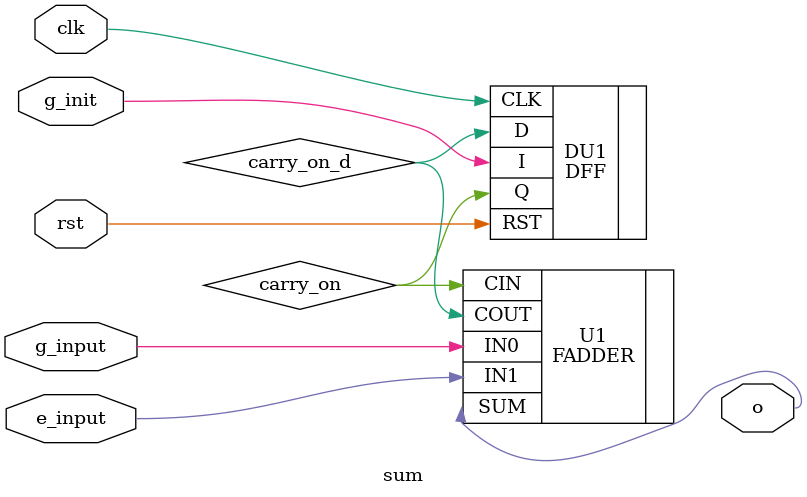
<source format=v>

module sum ( clk, rst, g_init, g_input, e_input, o );
  input [0:0] g_input;
  input [0:0] e_input;
  output [0:0] o;
  input clk, rst, g_init;
  wire   carry_on, carry_on_d, n1;

  DFF DU1 ( .D(carry_on_d), .CLK(clk), .RST(rst), .I(g_init), .Q(carry_on) );
  FADDER U1  ( .CIN(carry_on), .IN0(g_input), .IN1(e_input), .COUT(carry_on_d), .SUM(o) );
endmodule


</source>
